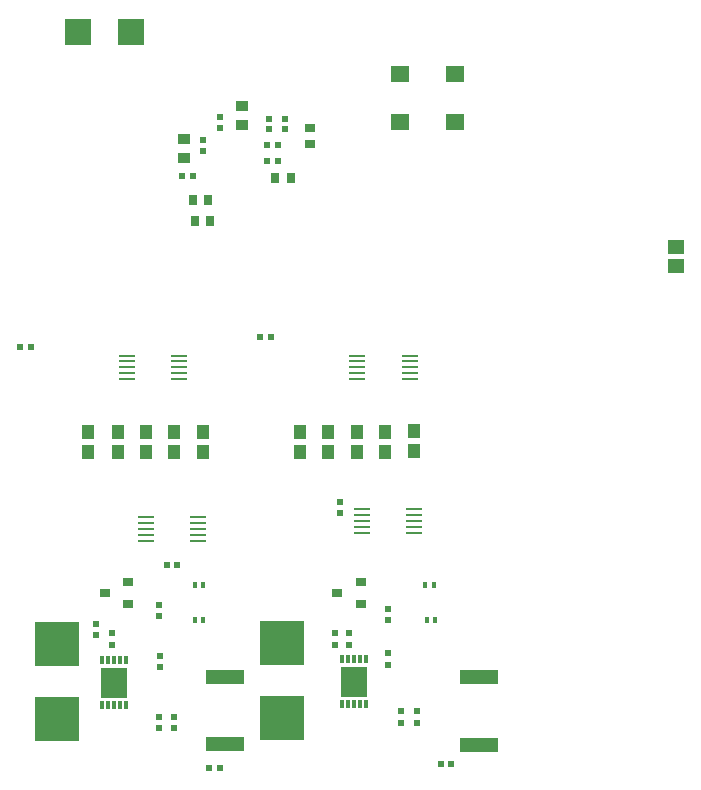
<source format=gbp>
G04*
G04 #@! TF.GenerationSoftware,Altium Limited,Altium Designer,20.2.6 (244)*
G04*
G04 Layer_Color=128*
%FSLAX43Y43*%
%MOMM*%
G71*
G04*
G04 #@! TF.SameCoordinates,FA062CC2-BDA9-49B4-8C39-6F0F36F1006C*
G04*
G04*
G04 #@! TF.FilePolarity,Positive*
G04*
G01*
G75*
%ADD22R,0.850X0.700*%
%ADD25R,0.550X0.500*%
%ADD28R,3.750X3.700*%
%ADD30R,0.600X0.600*%
%ADD31R,0.580X0.580*%
%ADD32R,0.580X0.580*%
%ADD34R,1.328X0.279*%
%ADD35R,0.900X0.800*%
%ADD36R,0.350X0.600*%
%ADD37R,0.700X0.850*%
%ADD40R,3.208X1.155*%
%ADD41R,2.300X2.600*%
%ADD42R,0.300X0.790*%
%ADD43R,1.100X1.250*%
%ADD81R,2.300X2.300*%
%ADD90R,0.600X0.600*%
%ADD91R,1.000X0.900*%
%ADD92R,1.640X1.400*%
%ADD93R,1.350X1.150*%
D22*
X42300Y55250D02*
D03*
Y56550D02*
D03*
D25*
X24200Y14575D02*
D03*
Y13625D02*
D03*
X25500Y13775D02*
D03*
Y12825D02*
D03*
X48900Y11125D02*
D03*
Y12075D02*
D03*
X45600Y13775D02*
D03*
Y12825D02*
D03*
X44400Y13775D02*
D03*
Y12825D02*
D03*
X30800Y6675D02*
D03*
Y5725D02*
D03*
X29500Y6675D02*
D03*
Y5725D02*
D03*
X48900Y15875D02*
D03*
Y14925D02*
D03*
X51300Y6225D02*
D03*
Y7175D02*
D03*
X50000Y6225D02*
D03*
Y7175D02*
D03*
X29600Y11875D02*
D03*
Y10925D02*
D03*
X29500Y15225D02*
D03*
Y16175D02*
D03*
D28*
X20900Y6525D02*
D03*
Y12875D02*
D03*
X39900Y12975D02*
D03*
Y6625D02*
D03*
D30*
X44800Y24860D02*
D03*
Y23940D02*
D03*
D31*
X32360Y52500D02*
D03*
X31440D02*
D03*
X39560Y53796D02*
D03*
X38640D02*
D03*
Y55100D02*
D03*
X39560D02*
D03*
X53340Y2700D02*
D03*
X54260D02*
D03*
X34660Y2400D02*
D03*
X33740D02*
D03*
X38040Y38900D02*
D03*
X38960D02*
D03*
X18660Y38000D02*
D03*
X17740D02*
D03*
D32*
X34700Y56540D02*
D03*
Y57460D02*
D03*
X33200Y55560D02*
D03*
Y54640D02*
D03*
X40200Y57360D02*
D03*
Y56440D02*
D03*
X38800D02*
D03*
Y57360D02*
D03*
D34*
X46687Y24301D02*
D03*
Y23800D02*
D03*
Y23300D02*
D03*
Y22800D02*
D03*
Y22299D02*
D03*
X51113D02*
D03*
Y22800D02*
D03*
Y23300D02*
D03*
Y23800D02*
D03*
Y24301D02*
D03*
X28387Y23601D02*
D03*
Y23100D02*
D03*
Y22600D02*
D03*
Y22100D02*
D03*
Y21599D02*
D03*
X32813D02*
D03*
Y22100D02*
D03*
Y22600D02*
D03*
Y23100D02*
D03*
Y23601D02*
D03*
X50713Y35299D02*
D03*
Y35800D02*
D03*
Y36300D02*
D03*
Y36800D02*
D03*
Y37301D02*
D03*
X46287D02*
D03*
Y36800D02*
D03*
Y36300D02*
D03*
Y35800D02*
D03*
Y35299D02*
D03*
X31213D02*
D03*
Y35800D02*
D03*
Y36300D02*
D03*
Y36800D02*
D03*
Y37301D02*
D03*
X26787D02*
D03*
Y36800D02*
D03*
Y36300D02*
D03*
Y35800D02*
D03*
Y35299D02*
D03*
D35*
X26900Y18150D02*
D03*
Y16250D02*
D03*
X24900Y17200D02*
D03*
X46600Y18150D02*
D03*
Y16250D02*
D03*
X44600Y17200D02*
D03*
D36*
X33250Y17900D02*
D03*
X32550D02*
D03*
X33234Y14900D02*
D03*
X32534D02*
D03*
X52750Y17900D02*
D03*
X52050D02*
D03*
X52850Y14900D02*
D03*
X52150D02*
D03*
D37*
X33650Y50500D02*
D03*
X32350D02*
D03*
X39350Y52292D02*
D03*
X40650D02*
D03*
X33850Y48700D02*
D03*
X32550D02*
D03*
D40*
X56600Y4349D02*
D03*
Y10051D02*
D03*
X35084Y10101D02*
D03*
Y4399D02*
D03*
D41*
X25700Y9600D02*
D03*
X46000Y9700D02*
D03*
D42*
X26700Y7680D02*
D03*
X26200D02*
D03*
X25700D02*
D03*
X25200D02*
D03*
X24700D02*
D03*
Y11520D02*
D03*
X25200D02*
D03*
X25700D02*
D03*
X26200D02*
D03*
X26700D02*
D03*
X47000Y7780D02*
D03*
X46500D02*
D03*
X46000D02*
D03*
X45500D02*
D03*
X45000D02*
D03*
Y11620D02*
D03*
X45500D02*
D03*
X46000D02*
D03*
X46500D02*
D03*
X47000D02*
D03*
D43*
X46237Y30850D02*
D03*
Y29150D02*
D03*
X41396D02*
D03*
Y30850D02*
D03*
X43800Y29150D02*
D03*
Y30850D02*
D03*
X48641Y29150D02*
D03*
Y30850D02*
D03*
X51046Y29200D02*
D03*
Y30900D02*
D03*
X25996Y30850D02*
D03*
Y29150D02*
D03*
X23500D02*
D03*
Y30850D02*
D03*
X33209D02*
D03*
Y29150D02*
D03*
X28400Y30850D02*
D03*
Y29150D02*
D03*
X30804Y30850D02*
D03*
Y29150D02*
D03*
D81*
X27150Y64700D02*
D03*
X22650D02*
D03*
D90*
X31060Y19600D02*
D03*
X30140D02*
D03*
D91*
X31600Y54004D02*
D03*
Y55604D02*
D03*
X36500Y56800D02*
D03*
Y58400D02*
D03*
D92*
X49900Y57085D02*
D03*
Y61115D02*
D03*
X54600Y57085D02*
D03*
Y61115D02*
D03*
D93*
X73300Y46525D02*
D03*
Y44875D02*
D03*
M02*

</source>
